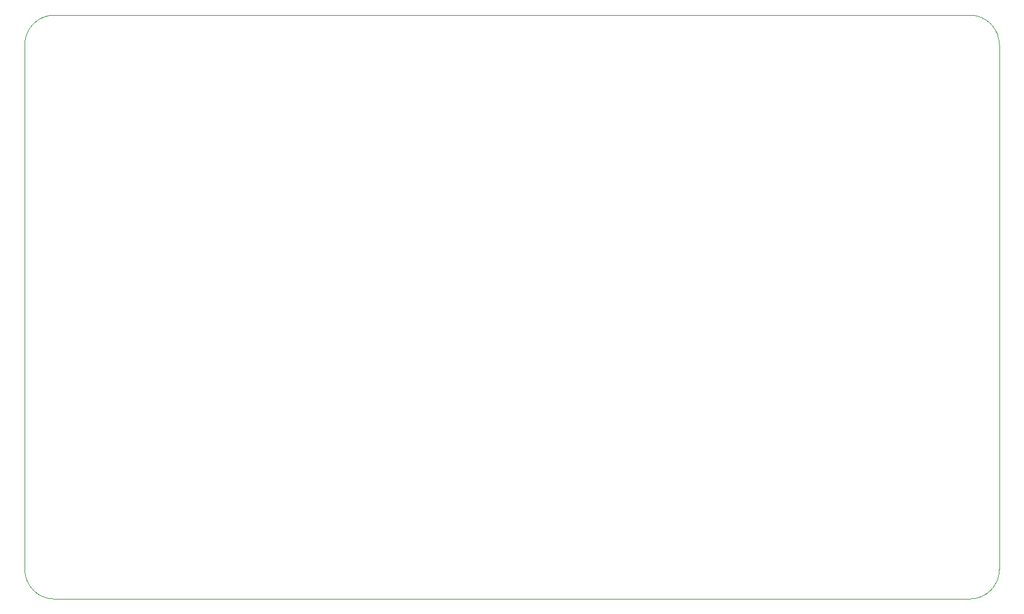
<source format=gbr>
G04 #@! TF.GenerationSoftware,KiCad,Pcbnew,7.0.2*
G04 #@! TF.CreationDate,2023-07-09T15:50:48+03:00*
G04 #@! TF.ProjectId,RpiPico_Agriboard,52706950-6963-46f5-9f41-677269626f61,rev?*
G04 #@! TF.SameCoordinates,Original*
G04 #@! TF.FileFunction,Profile,NP*
%FSLAX46Y46*%
G04 Gerber Fmt 4.6, Leading zero omitted, Abs format (unit mm)*
G04 Created by KiCad (PCBNEW 7.0.2) date 2023-07-09 15:50:48*
%MOMM*%
%LPD*%
G01*
G04 APERTURE LIST*
G04 #@! TA.AperFunction,Profile*
%ADD10C,0.100000*%
G04 #@! TD*
G04 APERTURE END LIST*
D10*
X246025000Y-128500000D02*
G75*
G03*
X250000000Y-124525000I0J3975000D01*
G01*
X250000000Y-53975000D02*
X250000000Y-124525000D01*
X246025000Y-128500000D02*
X122950000Y-128500000D01*
X250000000Y-53975000D02*
G75*
G03*
X246025000Y-50000000I-3975000J0D01*
G01*
X118975000Y-124525000D02*
X118975000Y-53975000D01*
X122950000Y-50000000D02*
G75*
G03*
X118975000Y-53975000I0J-3975000D01*
G01*
X122950000Y-50000000D02*
X246025000Y-50000000D01*
X118975000Y-124525000D02*
G75*
G03*
X122950000Y-128500000I3975000J0D01*
G01*
M02*

</source>
